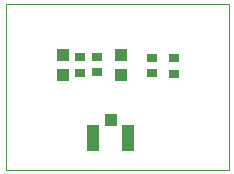
<source format=gtp>
G75*
%MOIN*%
%OFA0B0*%
%FSLAX24Y24*%
%IPPOS*%
%LPD*%
%AMOC8*
5,1,8,0,0,1.08239X$1,22.5*
%
%ADD10C,0.0000*%
%ADD11R,0.0354X0.0276*%
%ADD12R,0.0394X0.0433*%
%ADD13R,0.0413X0.0866*%
%ADD14R,0.0394X0.0413*%
D10*
X000159Y000130D02*
X000159Y005645D01*
X007598Y005645D01*
X007598Y000130D01*
X000159Y000130D01*
D11*
X002632Y003375D03*
X003197Y003376D03*
X003197Y003888D03*
X002632Y003887D03*
X005046Y003853D03*
X005046Y003342D03*
X005782Y003336D03*
X005782Y003848D03*
D12*
X004003Y003953D03*
X004003Y003284D03*
X002069Y003300D03*
X002069Y003969D03*
D13*
X003088Y001200D03*
X004250Y001200D03*
D14*
X003669Y001800D03*
M02*

</source>
